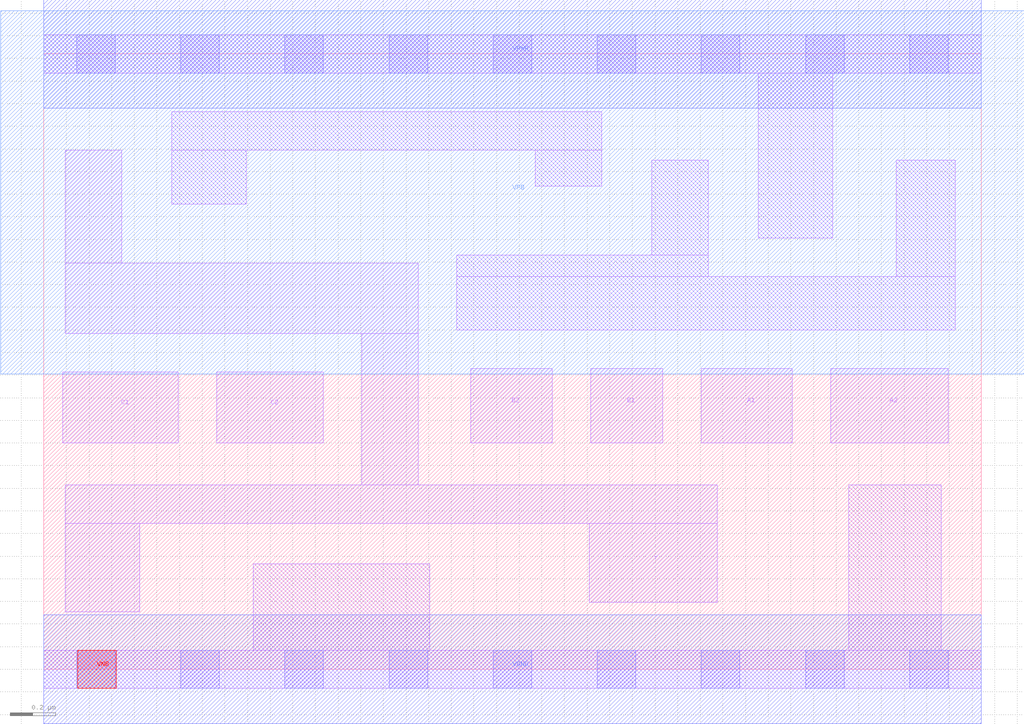
<source format=lef>
# Copyright 2020 The SkyWater PDK Authors
#
# Licensed under the Apache License, Version 2.0 (the "License");
# you may not use this file except in compliance with the License.
# You may obtain a copy of the License at
#
#     https://www.apache.org/licenses/LICENSE-2.0
#
# Unless required by applicable law or agreed to in writing, software
# distributed under the License is distributed on an "AS IS" BASIS,
# WITHOUT WARRANTIES OR CONDITIONS OF ANY KIND, either express or implied.
# See the License for the specific language governing permissions and
# limitations under the License.
#
# SPDX-License-Identifier: Apache-2.0

VERSION 5.7 ;
  NOWIREEXTENSIONATPIN ON ;
  DIVIDERCHAR "/" ;
  BUSBITCHARS "[]" ;
PROPERTYDEFINITIONS
  MACRO maskLayoutSubType STRING ;
  MACRO prCellType STRING ;
  MACRO originalViewName STRING ;
END PROPERTYDEFINITIONS
MACRO sky130_fd_sc_hdll__a222oi_1
  CLASS CORE ;
  FOREIGN sky130_fd_sc_hdll__a222oi_1 ;
  ORIGIN  0.000000  0.000000 ;
  SIZE  4.140000 BY  2.720000 ;
  SYMMETRY X Y R90 ;
  SITE unithd ;
  PIN A1
    ANTENNAGATEAREA  0.276000 ;
    DIRECTION INPUT ;
    USE SIGNAL ;
    PORT
      LAYER li1 ;
        RECT 2.905000 1.000000 3.305000 1.330000 ;
    END
  END A1
  PIN A2
    ANTENNAGATEAREA  0.276000 ;
    DIRECTION INPUT ;
    USE SIGNAL ;
    PORT
      LAYER li1 ;
        RECT 3.475000 1.000000 3.995000 1.330000 ;
    END
  END A2
  PIN B1
    ANTENNAGATEAREA  0.276000 ;
    DIRECTION INPUT ;
    USE SIGNAL ;
    PORT
      LAYER li1 ;
        RECT 2.415000 1.000000 2.735000 1.330000 ;
    END
  END B1
  PIN B2
    ANTENNAGATEAREA  0.276000 ;
    DIRECTION INPUT ;
    USE SIGNAL ;
    PORT
      LAYER li1 ;
        RECT 1.885000 1.000000 2.245000 1.330000 ;
    END
  END B2
  PIN C1
    ANTENNAGATEAREA  0.276000 ;
    DIRECTION INPUT ;
    USE SIGNAL ;
    PORT
      LAYER li1 ;
        RECT 0.085000 1.000000 0.595000 1.315000 ;
    END
  END C1
  PIN C2
    ANTENNAGATEAREA  0.276000 ;
    DIRECTION INPUT ;
    USE SIGNAL ;
    PORT
      LAYER li1 ;
        RECT 0.765000 1.000000 1.235000 1.315000 ;
    END
  END C2
  PIN Y
    ANTENNADIFFAREA  0.981600 ;
    DIRECTION OUTPUT ;
    USE SIGNAL ;
    PORT
      LAYER li1 ;
        RECT 0.095000 0.255000 0.425000 0.645000 ;
        RECT 0.095000 0.645000 2.975000 0.815000 ;
        RECT 0.095000 1.485000 1.655000 1.795000 ;
        RECT 0.095000 1.795000 0.345000 2.295000 ;
        RECT 1.405000 0.815000 1.655000 1.485000 ;
        RECT 2.410000 0.295000 2.975000 0.645000 ;
    END
  END Y
  PIN VGND
    DIRECTION INOUT ;
    USE GROUND ;
    PORT
      LAYER met1 ;
        RECT 0.000000 -0.240000 4.140000 0.240000 ;
    END
  END VGND
  PIN VNB
    DIRECTION INOUT ;
    USE GROUND ;
    PORT
      LAYER pwell ;
        RECT 0.150000 -0.085000 0.320000 0.085000 ;
    END
  END VNB
  PIN VPB
    DIRECTION INOUT ;
    USE POWER ;
    PORT
      LAYER nwell ;
        RECT -0.190000 1.305000 4.330000 2.910000 ;
    END
  END VPB
  PIN VPWR
    DIRECTION INOUT ;
    USE POWER ;
    PORT
      LAYER met1 ;
        RECT 0.000000 2.480000 4.140000 2.960000 ;
    END
  END VPWR
  OBS
    LAYER li1 ;
      RECT 0.000000 -0.085000 4.140000 0.085000 ;
      RECT 0.000000  2.635000 4.140000 2.805000 ;
      RECT 0.565000  2.055000 0.895000 2.295000 ;
      RECT 0.565000  2.295000 2.465000 2.465000 ;
      RECT 0.925000  0.085000 1.705000 0.465000 ;
      RECT 1.825000  1.500000 4.025000 1.735000 ;
      RECT 1.825000  1.735000 2.935000 1.830000 ;
      RECT 2.170000  2.135000 2.465000 2.295000 ;
      RECT 2.685000  1.830000 2.935000 2.250000 ;
      RECT 3.155000  1.905000 3.485000 2.635000 ;
      RECT 3.555000  0.085000 3.965000 0.815000 ;
      RECT 3.765000  1.735000 4.025000 2.250000 ;
    LAYER mcon ;
      RECT 0.145000 -0.085000 0.315000 0.085000 ;
      RECT 0.145000  2.635000 0.315000 2.805000 ;
      RECT 0.605000 -0.085000 0.775000 0.085000 ;
      RECT 0.605000  2.635000 0.775000 2.805000 ;
      RECT 1.065000 -0.085000 1.235000 0.085000 ;
      RECT 1.065000  2.635000 1.235000 2.805000 ;
      RECT 1.525000 -0.085000 1.695000 0.085000 ;
      RECT 1.525000  2.635000 1.695000 2.805000 ;
      RECT 1.985000 -0.085000 2.155000 0.085000 ;
      RECT 1.985000  2.635000 2.155000 2.805000 ;
      RECT 2.445000 -0.085000 2.615000 0.085000 ;
      RECT 2.445000  2.635000 2.615000 2.805000 ;
      RECT 2.905000 -0.085000 3.075000 0.085000 ;
      RECT 2.905000  2.635000 3.075000 2.805000 ;
      RECT 3.365000 -0.085000 3.535000 0.085000 ;
      RECT 3.365000  2.635000 3.535000 2.805000 ;
      RECT 3.825000 -0.085000 3.995000 0.085000 ;
      RECT 3.825000  2.635000 3.995000 2.805000 ;
  END
  PROPERTY maskLayoutSubType "abstract" ;
  PROPERTY prCellType "standard" ;
  PROPERTY originalViewName "layout" ;
END sky130_fd_sc_hdll__a222oi_1
END LIBRARY

</source>
